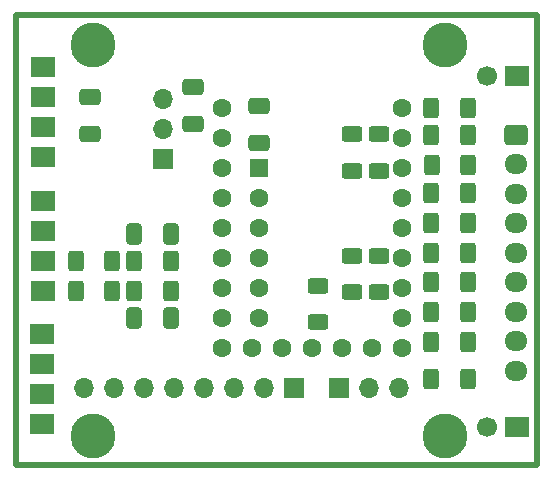
<source format=gbr>
G04 #@! TF.GenerationSoftware,KiCad,Pcbnew,7.0.1*
G04 #@! TF.CreationDate,2023-03-28T11:43:29+02:00*
G04 #@! TF.ProjectId,OXS_RP2040_Full,4f58535f-5250-4323-9034-305f46756c6c,rev?*
G04 #@! TF.SameCoordinates,Original*
G04 #@! TF.FileFunction,Soldermask,Bot*
G04 #@! TF.FilePolarity,Negative*
%FSLAX46Y46*%
G04 Gerber Fmt 4.6, Leading zero omitted, Abs format (unit mm)*
G04 Created by KiCad (PCBNEW 7.0.1) date 2023-03-28 11:43:29*
%MOMM*%
%LPD*%
G01*
G04 APERTURE LIST*
G04 Aperture macros list*
%AMRoundRect*
0 Rectangle with rounded corners*
0 $1 Rounding radius*
0 $2 $3 $4 $5 $6 $7 $8 $9 X,Y pos of 4 corners*
0 Add a 4 corners polygon primitive as box body*
4,1,4,$2,$3,$4,$5,$6,$7,$8,$9,$2,$3,0*
0 Add four circle primitives for the rounded corners*
1,1,$1+$1,$2,$3*
1,1,$1+$1,$4,$5*
1,1,$1+$1,$6,$7*
1,1,$1+$1,$8,$9*
0 Add four rect primitives between the rounded corners*
20,1,$1+$1,$2,$3,$4,$5,0*
20,1,$1+$1,$4,$5,$6,$7,0*
20,1,$1+$1,$6,$7,$8,$9,0*
20,1,$1+$1,$8,$9,$2,$3,0*%
G04 Aperture macros list end*
%ADD10C,0.500000*%
%ADD11C,1.700000*%
%ADD12R,2.000000X1.700000*%
%ADD13RoundRect,0.250000X-0.725000X0.600000X-0.725000X-0.600000X0.725000X-0.600000X0.725000X0.600000X0*%
%ADD14O,1.950000X1.700000*%
%ADD15R,1.600000X1.600000*%
%ADD16C,1.600000*%
%ADD17C,3.800000*%
%ADD18R,1.700000X1.700000*%
%ADD19O,1.700000X1.700000*%
%ADD20R,2.000000X1.800000*%
%ADD21RoundRect,0.250000X-0.625000X0.400000X-0.625000X-0.400000X0.625000X-0.400000X0.625000X0.400000X0*%
%ADD22RoundRect,0.250000X-0.400000X-0.625000X0.400000X-0.625000X0.400000X0.625000X-0.400000X0.625000X0*%
%ADD23RoundRect,0.250000X0.400000X0.625000X-0.400000X0.625000X-0.400000X-0.625000X0.400000X-0.625000X0*%
%ADD24RoundRect,0.250000X0.412500X0.650000X-0.412500X0.650000X-0.412500X-0.650000X0.412500X-0.650000X0*%
%ADD25RoundRect,0.250000X0.625000X-0.400000X0.625000X0.400000X-0.625000X0.400000X-0.625000X-0.400000X0*%
%ADD26RoundRect,0.250000X0.650000X-0.412500X0.650000X0.412500X-0.650000X0.412500X-0.650000X-0.412500X0*%
%ADD27RoundRect,0.250000X-0.650000X0.412500X-0.650000X-0.412500X0.650000X-0.412500X0.650000X0.412500X0*%
G04 APERTURE END LIST*
D10*
X112649000Y-73660000D02*
X112649000Y-111760000D01*
X68580000Y-111760000D02*
X68580000Y-73660000D01*
X68580000Y-73660000D02*
X112649000Y-73660000D01*
X112649000Y-111760000D02*
X68580000Y-111760000D01*
D11*
X108478000Y-108585000D03*
D12*
X111018000Y-108585000D03*
D13*
X110871000Y-83820000D03*
D14*
X110871000Y-86320000D03*
X110871000Y-88820000D03*
X110871000Y-91320000D03*
X110871000Y-93820000D03*
X110871000Y-96320000D03*
X110871000Y-98820000D03*
X110871000Y-101320000D03*
X110871000Y-103820000D03*
D15*
X89154000Y-86614000D03*
D16*
X89154000Y-89154000D03*
X89154000Y-91694000D03*
X89154000Y-94234000D03*
X89154000Y-96774000D03*
X89154000Y-99314000D03*
D17*
X104902000Y-109347000D03*
X75057000Y-76200000D03*
D16*
X101219000Y-81534000D03*
X101219000Y-84074000D03*
X101219000Y-86614000D03*
X101219000Y-89154000D03*
X101219000Y-91694000D03*
X101219000Y-94234000D03*
X101219000Y-96774000D03*
X101219000Y-99314000D03*
X101219000Y-101854000D03*
X98679000Y-101854000D03*
X96139000Y-101854000D03*
X93599000Y-101854000D03*
X91059000Y-101854000D03*
X88519000Y-101854000D03*
X85979000Y-101854000D03*
X85979000Y-99314000D03*
X85979000Y-96774000D03*
X85979000Y-94234000D03*
X85979000Y-91694000D03*
X85979000Y-89154000D03*
X85979000Y-86614000D03*
X85979000Y-84074000D03*
X85979000Y-81534000D03*
D11*
X108458000Y-78867000D03*
D12*
X110998000Y-78867000D03*
D18*
X81026000Y-85852000D03*
D19*
X81026000Y-83312000D03*
X81026000Y-80772000D03*
D17*
X75057000Y-109347000D03*
D18*
X92075000Y-105283000D03*
D19*
X89535000Y-105283000D03*
X86995000Y-105283000D03*
X84455000Y-105283000D03*
X81915000Y-105283000D03*
X79375000Y-105283000D03*
X76835000Y-105283000D03*
X74295000Y-105283000D03*
D18*
X95885000Y-105283000D03*
D19*
X98425000Y-105283000D03*
X100965000Y-105283000D03*
D17*
X104902000Y-76200000D03*
D20*
X70739000Y-100711000D03*
X70739000Y-103251000D03*
X70739000Y-105791000D03*
X70739000Y-108331000D03*
D21*
X94107000Y-96621000D03*
X94107000Y-99721000D03*
D22*
X103733000Y-81534000D03*
X106833000Y-81534000D03*
D23*
X76708000Y-97028000D03*
X73608000Y-97028000D03*
D24*
X81661000Y-92202000D03*
X78536000Y-92202000D03*
D20*
X70866000Y-89408000D03*
X70866000Y-91948000D03*
X70866000Y-94488000D03*
X70866000Y-97028000D03*
D25*
X99314000Y-97181000D03*
X99314000Y-94081000D03*
D23*
X106833000Y-93853000D03*
X103733000Y-93853000D03*
D26*
X89154000Y-84493500D03*
X89154000Y-81368500D03*
D23*
X106859000Y-86360000D03*
X103759000Y-86360000D03*
X81661000Y-97028000D03*
X78561000Y-97028000D03*
D24*
X81661000Y-99314000D03*
X78536000Y-99314000D03*
D27*
X74803000Y-80606500D03*
X74803000Y-83731500D03*
D25*
X97028000Y-86868000D03*
X97028000Y-83768000D03*
D20*
X70866000Y-78105000D03*
X70866000Y-80645000D03*
X70866000Y-83185000D03*
X70866000Y-85725000D03*
D25*
X97028000Y-97181000D03*
X97028000Y-94081000D03*
D23*
X106833000Y-98806000D03*
X103733000Y-98806000D03*
D22*
X103733000Y-104521000D03*
X106833000Y-104521000D03*
D23*
X106807000Y-83820000D03*
X103707000Y-83820000D03*
D21*
X99314000Y-83794000D03*
X99314000Y-86894000D03*
D23*
X81661000Y-94488000D03*
X78561000Y-94488000D03*
D26*
X83566000Y-82931000D03*
X83566000Y-79806000D03*
D23*
X106807000Y-88773000D03*
X103707000Y-88773000D03*
X106833000Y-96266000D03*
X103733000Y-96266000D03*
X106833000Y-101346000D03*
X103733000Y-101346000D03*
X106807000Y-91313000D03*
X103707000Y-91313000D03*
X76708000Y-94488000D03*
X73608000Y-94488000D03*
M02*

</source>
